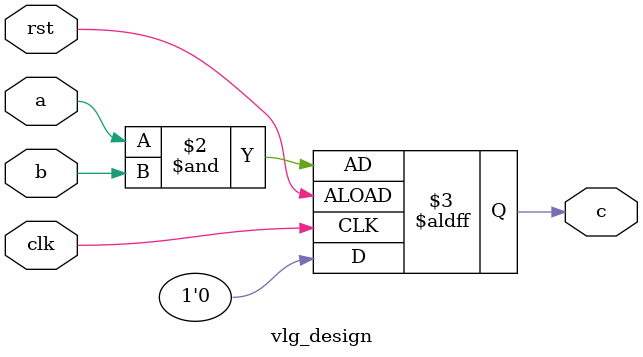
<source format=v>
module vlg_design (
    input      clk,
    input      rst,
    input      a,
    b,
    output reg c
);
   always @(posedge clk or negedge rst)
      if (rst) c <= 1'b0;
      else c <= a & b;

endmodule

</source>
